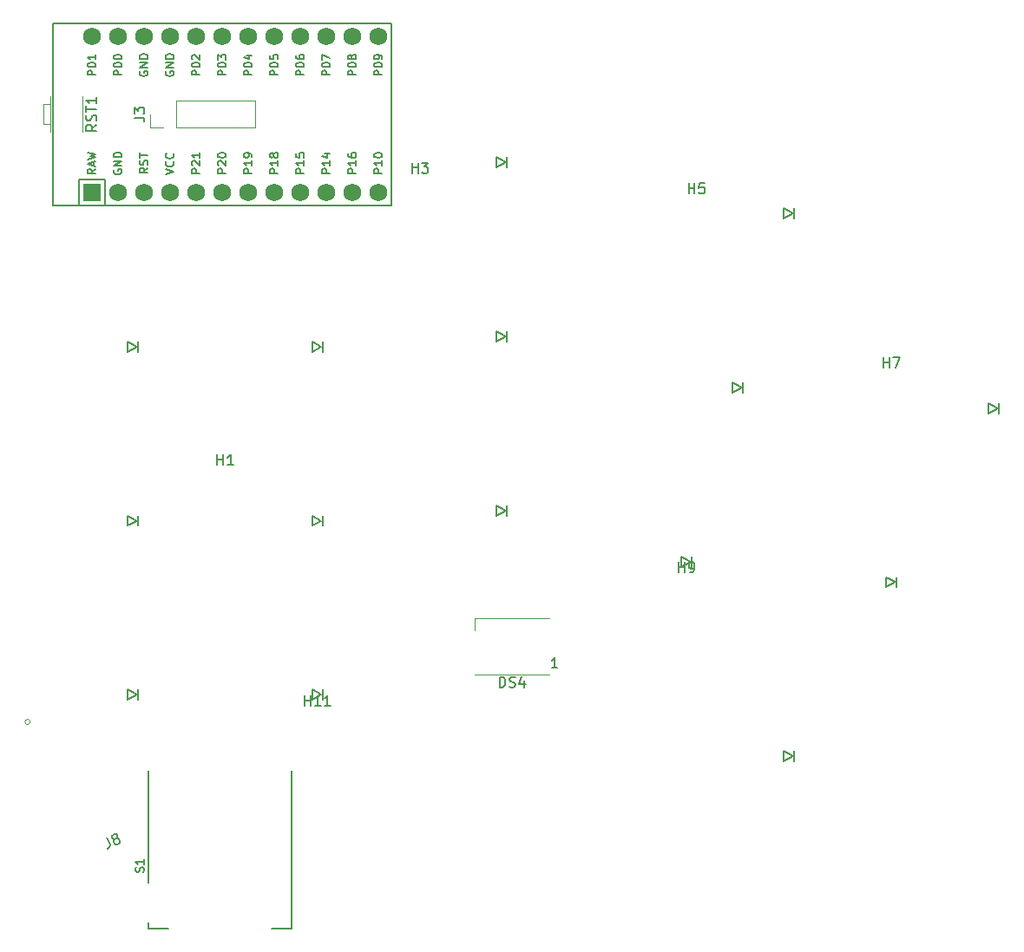
<source format=gbr>
%TF.GenerationSoftware,KiCad,Pcbnew,(6.0.6)*%
%TF.CreationDate,2022-07-28T22:41:48-07:00*%
%TF.ProjectId,right_main_routed,72696768-745f-46d6-9169-6e5f726f7574,v1.0.0*%
%TF.SameCoordinates,Original*%
%TF.FileFunction,Legend,Top*%
%TF.FilePolarity,Positive*%
%FSLAX46Y46*%
G04 Gerber Fmt 4.6, Leading zero omitted, Abs format (unit mm)*
G04 Created by KiCad (PCBNEW (6.0.6)) date 2022-07-28 22:41:48*
%MOMM*%
%LPD*%
G01*
G04 APERTURE LIST*
%ADD10C,0.150000*%
%ADD11C,0.200000*%
%ADD12C,0.120000*%
%ADD13R,1.752600X1.752600*%
%ADD14C,1.752600*%
G04 APERTURE END LIST*
D10*
%TO.C,J3*%
X18122380Y51666666D02*
X18836666Y51666666D01*
X18979523Y51619047D01*
X19074761Y51523809D01*
X19122380Y51380952D01*
X19122380Y51285714D01*
X18122380Y52047619D02*
X18122380Y52666666D01*
X18503333Y52333333D01*
X18503333Y52476190D01*
X18550952Y52571428D01*
X18598571Y52619047D01*
X18693809Y52666666D01*
X18931904Y52666666D01*
X19027142Y52619047D01*
X19074761Y52571428D01*
X19122380Y52476190D01*
X19122380Y52190476D01*
X19074761Y52095238D01*
X19027142Y52047619D01*
%TO.C,RST1*%
X14452380Y50976190D02*
X13976190Y50642857D01*
X14452380Y50404761D02*
X13452380Y50404761D01*
X13452380Y50785714D01*
X13500000Y50880952D01*
X13547619Y50928571D01*
X13642857Y50976190D01*
X13785714Y50976190D01*
X13880952Y50928571D01*
X13928571Y50880952D01*
X13976190Y50785714D01*
X13976190Y50404761D01*
X14404761Y51357142D02*
X14452380Y51500000D01*
X14452380Y51738095D01*
X14404761Y51833333D01*
X14357142Y51880952D01*
X14261904Y51928571D01*
X14166666Y51928571D01*
X14071428Y51880952D01*
X14023809Y51833333D01*
X13976190Y51738095D01*
X13928571Y51547619D01*
X13880952Y51452380D01*
X13833333Y51404761D01*
X13738095Y51357142D01*
X13642857Y51357142D01*
X13547619Y51404761D01*
X13500000Y51452380D01*
X13452380Y51547619D01*
X13452380Y51785714D01*
X13500000Y51928571D01*
X13452380Y52214285D02*
X13452380Y52785714D01*
X14452380Y52500000D02*
X13452380Y52500000D01*
X14452380Y53642857D02*
X14452380Y53071428D01*
X14452380Y53357142D02*
X13452380Y53357142D01*
X13595238Y53261904D01*
X13690476Y53166666D01*
X13738095Y53071428D01*
D11*
%TO.C,S1*%
X19023809Y-22009523D02*
X19061904Y-21895238D01*
X19061904Y-21704761D01*
X19023809Y-21628571D01*
X18985714Y-21590476D01*
X18909523Y-21552380D01*
X18833333Y-21552380D01*
X18757142Y-21590476D01*
X18719047Y-21628571D01*
X18680952Y-21704761D01*
X18642857Y-21857142D01*
X18604761Y-21933333D01*
X18566666Y-21971428D01*
X18490476Y-22009523D01*
X18414285Y-22009523D01*
X18338095Y-21971428D01*
X18300000Y-21933333D01*
X18261904Y-21857142D01*
X18261904Y-21666666D01*
X18300000Y-21552380D01*
X19061904Y-20790476D02*
X19061904Y-21247619D01*
X19061904Y-21019047D02*
X18261904Y-21019047D01*
X18376190Y-21095238D01*
X18452380Y-21171428D01*
X18490476Y-21247619D01*
D10*
%TO.C,U1*%
X16931904Y55828571D02*
X16131904Y55828571D01*
X16131904Y56133333D01*
X16170000Y56209523D01*
X16208095Y56247619D01*
X16284285Y56285714D01*
X16398571Y56285714D01*
X16474761Y56247619D01*
X16512857Y56209523D01*
X16550952Y56133333D01*
X16550952Y55828571D01*
X16131904Y56780952D02*
X16131904Y56857142D01*
X16170000Y56933333D01*
X16208095Y56971428D01*
X16284285Y57009523D01*
X16436666Y57047619D01*
X16627142Y57047619D01*
X16779523Y57009523D01*
X16855714Y56971428D01*
X16893809Y56933333D01*
X16931904Y56857142D01*
X16931904Y56780952D01*
X16893809Y56704761D01*
X16855714Y56666666D01*
X16779523Y56628571D01*
X16627142Y56590476D01*
X16436666Y56590476D01*
X16284285Y56628571D01*
X16208095Y56666666D01*
X16170000Y56704761D01*
X16131904Y56780952D01*
X16131904Y57542857D02*
X16131904Y57619047D01*
X16170000Y57695238D01*
X16208095Y57733333D01*
X16284285Y57771428D01*
X16436666Y57809523D01*
X16627142Y57809523D01*
X16779523Y57771428D01*
X16855714Y57733333D01*
X16893809Y57695238D01*
X16931904Y57619047D01*
X16931904Y57542857D01*
X16893809Y57466666D01*
X16855714Y57428571D01*
X16779523Y57390476D01*
X16627142Y57352380D01*
X16436666Y57352380D01*
X16284285Y57390476D01*
X16208095Y57428571D01*
X16170000Y57466666D01*
X16131904Y57542857D01*
X32171904Y46228571D02*
X31371904Y46228571D01*
X31371904Y46533333D01*
X31410000Y46609523D01*
X31448095Y46647619D01*
X31524285Y46685714D01*
X31638571Y46685714D01*
X31714761Y46647619D01*
X31752857Y46609523D01*
X31790952Y46533333D01*
X31790952Y46228571D01*
X32171904Y47447619D02*
X32171904Y46990476D01*
X32171904Y47219047D02*
X31371904Y47219047D01*
X31486190Y47142857D01*
X31562380Y47066666D01*
X31600476Y46990476D01*
X31714761Y47904761D02*
X31676666Y47828571D01*
X31638571Y47790476D01*
X31562380Y47752380D01*
X31524285Y47752380D01*
X31448095Y47790476D01*
X31410000Y47828571D01*
X31371904Y47904761D01*
X31371904Y48057142D01*
X31410000Y48133333D01*
X31448095Y48171428D01*
X31524285Y48209523D01*
X31562380Y48209523D01*
X31638571Y48171428D01*
X31676666Y48133333D01*
X31714761Y48057142D01*
X31714761Y47904761D01*
X31752857Y47828571D01*
X31790952Y47790476D01*
X31867142Y47752380D01*
X32019523Y47752380D01*
X32095714Y47790476D01*
X32133809Y47828571D01*
X32171904Y47904761D01*
X32171904Y48057142D01*
X32133809Y48133333D01*
X32095714Y48171428D01*
X32019523Y48209523D01*
X31867142Y48209523D01*
X31790952Y48171428D01*
X31752857Y48133333D01*
X31714761Y48057142D01*
X21250000Y56190476D02*
X21211904Y56114285D01*
X21211904Y56000000D01*
X21250000Y55885714D01*
X21326190Y55809523D01*
X21402380Y55771428D01*
X21554761Y55733333D01*
X21669047Y55733333D01*
X21821428Y55771428D01*
X21897619Y55809523D01*
X21973809Y55885714D01*
X22011904Y56000000D01*
X22011904Y56076190D01*
X21973809Y56190476D01*
X21935714Y56228571D01*
X21669047Y56228571D01*
X21669047Y56076190D01*
X22011904Y56571428D02*
X21211904Y56571428D01*
X22011904Y57028571D01*
X21211904Y57028571D01*
X22011904Y57409523D02*
X21211904Y57409523D01*
X21211904Y57600000D01*
X21250000Y57714285D01*
X21326190Y57790476D01*
X21402380Y57828571D01*
X21554761Y57866666D01*
X21669047Y57866666D01*
X21821428Y57828571D01*
X21897619Y57790476D01*
X21973809Y57714285D01*
X22011904Y57600000D01*
X22011904Y57409523D01*
X34711904Y46228571D02*
X33911904Y46228571D01*
X33911904Y46533333D01*
X33950000Y46609523D01*
X33988095Y46647619D01*
X34064285Y46685714D01*
X34178571Y46685714D01*
X34254761Y46647619D01*
X34292857Y46609523D01*
X34330952Y46533333D01*
X34330952Y46228571D01*
X34711904Y47447619D02*
X34711904Y46990476D01*
X34711904Y47219047D02*
X33911904Y47219047D01*
X34026190Y47142857D01*
X34102380Y47066666D01*
X34140476Y46990476D01*
X33911904Y48171428D02*
X33911904Y47790476D01*
X34292857Y47752380D01*
X34254761Y47790476D01*
X34216666Y47866666D01*
X34216666Y48057142D01*
X34254761Y48133333D01*
X34292857Y48171428D01*
X34369047Y48209523D01*
X34559523Y48209523D01*
X34635714Y48171428D01*
X34673809Y48133333D01*
X34711904Y48057142D01*
X34711904Y47866666D01*
X34673809Y47790476D01*
X34635714Y47752380D01*
X37251904Y46228571D02*
X36451904Y46228571D01*
X36451904Y46533333D01*
X36490000Y46609523D01*
X36528095Y46647619D01*
X36604285Y46685714D01*
X36718571Y46685714D01*
X36794761Y46647619D01*
X36832857Y46609523D01*
X36870952Y46533333D01*
X36870952Y46228571D01*
X37251904Y47447619D02*
X37251904Y46990476D01*
X37251904Y47219047D02*
X36451904Y47219047D01*
X36566190Y47142857D01*
X36642380Y47066666D01*
X36680476Y46990476D01*
X36718571Y48133333D02*
X37251904Y48133333D01*
X36413809Y47942857D02*
X36985238Y47752380D01*
X36985238Y48247619D01*
X21211904Y46133333D02*
X22011904Y46400000D01*
X21211904Y46666666D01*
X21935714Y47390476D02*
X21973809Y47352380D01*
X22011904Y47238095D01*
X22011904Y47161904D01*
X21973809Y47047619D01*
X21897619Y46971428D01*
X21821428Y46933333D01*
X21669047Y46895238D01*
X21554761Y46895238D01*
X21402380Y46933333D01*
X21326190Y46971428D01*
X21250000Y47047619D01*
X21211904Y47161904D01*
X21211904Y47238095D01*
X21250000Y47352380D01*
X21288095Y47390476D01*
X21935714Y48190476D02*
X21973809Y48152380D01*
X22011904Y48038095D01*
X22011904Y47961904D01*
X21973809Y47847619D01*
X21897619Y47771428D01*
X21821428Y47733333D01*
X21669047Y47695238D01*
X21554761Y47695238D01*
X21402380Y47733333D01*
X21326190Y47771428D01*
X21250000Y47847619D01*
X21211904Y47961904D01*
X21211904Y48038095D01*
X21250000Y48152380D01*
X21288095Y48190476D01*
X42331904Y55828571D02*
X41531904Y55828571D01*
X41531904Y56133333D01*
X41570000Y56209523D01*
X41608095Y56247619D01*
X41684285Y56285714D01*
X41798571Y56285714D01*
X41874761Y56247619D01*
X41912857Y56209523D01*
X41950952Y56133333D01*
X41950952Y55828571D01*
X41531904Y56780952D02*
X41531904Y56857142D01*
X41570000Y56933333D01*
X41608095Y56971428D01*
X41684285Y57009523D01*
X41836666Y57047619D01*
X42027142Y57047619D01*
X42179523Y57009523D01*
X42255714Y56971428D01*
X42293809Y56933333D01*
X42331904Y56857142D01*
X42331904Y56780952D01*
X42293809Y56704761D01*
X42255714Y56666666D01*
X42179523Y56628571D01*
X42027142Y56590476D01*
X41836666Y56590476D01*
X41684285Y56628571D01*
X41608095Y56666666D01*
X41570000Y56704761D01*
X41531904Y56780952D01*
X42331904Y57428571D02*
X42331904Y57580952D01*
X42293809Y57657142D01*
X42255714Y57695238D01*
X42141428Y57771428D01*
X41989047Y57809523D01*
X41684285Y57809523D01*
X41608095Y57771428D01*
X41570000Y57733333D01*
X41531904Y57657142D01*
X41531904Y57504761D01*
X41570000Y57428571D01*
X41608095Y57390476D01*
X41684285Y57352380D01*
X41874761Y57352380D01*
X41950952Y57390476D01*
X41989047Y57428571D01*
X42027142Y57504761D01*
X42027142Y57657142D01*
X41989047Y57733333D01*
X41950952Y57771428D01*
X41874761Y57809523D01*
X19471904Y46761904D02*
X19090952Y46495238D01*
X19471904Y46304761D02*
X18671904Y46304761D01*
X18671904Y46609523D01*
X18710000Y46685714D01*
X18748095Y46723809D01*
X18824285Y46761904D01*
X18938571Y46761904D01*
X19014761Y46723809D01*
X19052857Y46685714D01*
X19090952Y46609523D01*
X19090952Y46304761D01*
X19433809Y47066666D02*
X19471904Y47180952D01*
X19471904Y47371428D01*
X19433809Y47447619D01*
X19395714Y47485714D01*
X19319523Y47523809D01*
X19243333Y47523809D01*
X19167142Y47485714D01*
X19129047Y47447619D01*
X19090952Y47371428D01*
X19052857Y47219047D01*
X19014761Y47142857D01*
X18976666Y47104761D01*
X18900476Y47066666D01*
X18824285Y47066666D01*
X18748095Y47104761D01*
X18710000Y47142857D01*
X18671904Y47219047D01*
X18671904Y47409523D01*
X18710000Y47523809D01*
X18671904Y47752380D02*
X18671904Y48209523D01*
X19471904Y47980952D02*
X18671904Y47980952D01*
X27091904Y46228571D02*
X26291904Y46228571D01*
X26291904Y46533333D01*
X26330000Y46609523D01*
X26368095Y46647619D01*
X26444285Y46685714D01*
X26558571Y46685714D01*
X26634761Y46647619D01*
X26672857Y46609523D01*
X26710952Y46533333D01*
X26710952Y46228571D01*
X26368095Y46990476D02*
X26330000Y47028571D01*
X26291904Y47104761D01*
X26291904Y47295238D01*
X26330000Y47371428D01*
X26368095Y47409523D01*
X26444285Y47447619D01*
X26520476Y47447619D01*
X26634761Y47409523D01*
X27091904Y46952380D01*
X27091904Y47447619D01*
X26291904Y47942857D02*
X26291904Y48019047D01*
X26330000Y48095238D01*
X26368095Y48133333D01*
X26444285Y48171428D01*
X26596666Y48209523D01*
X26787142Y48209523D01*
X26939523Y48171428D01*
X27015714Y48133333D01*
X27053809Y48095238D01*
X27091904Y48019047D01*
X27091904Y47942857D01*
X27053809Y47866666D01*
X27015714Y47828571D01*
X26939523Y47790476D01*
X26787142Y47752380D01*
X26596666Y47752380D01*
X26444285Y47790476D01*
X26368095Y47828571D01*
X26330000Y47866666D01*
X26291904Y47942857D01*
X29631904Y46228571D02*
X28831904Y46228571D01*
X28831904Y46533333D01*
X28870000Y46609523D01*
X28908095Y46647619D01*
X28984285Y46685714D01*
X29098571Y46685714D01*
X29174761Y46647619D01*
X29212857Y46609523D01*
X29250952Y46533333D01*
X29250952Y46228571D01*
X29631904Y47447619D02*
X29631904Y46990476D01*
X29631904Y47219047D02*
X28831904Y47219047D01*
X28946190Y47142857D01*
X29022380Y47066666D01*
X29060476Y46990476D01*
X29631904Y47828571D02*
X29631904Y47980952D01*
X29593809Y48057142D01*
X29555714Y48095238D01*
X29441428Y48171428D01*
X29289047Y48209523D01*
X28984285Y48209523D01*
X28908095Y48171428D01*
X28870000Y48133333D01*
X28831904Y48057142D01*
X28831904Y47904761D01*
X28870000Y47828571D01*
X28908095Y47790476D01*
X28984285Y47752380D01*
X29174761Y47752380D01*
X29250952Y47790476D01*
X29289047Y47828571D01*
X29327142Y47904761D01*
X29327142Y48057142D01*
X29289047Y48133333D01*
X29250952Y48171428D01*
X29174761Y48209523D01*
X32171904Y55828571D02*
X31371904Y55828571D01*
X31371904Y56133333D01*
X31410000Y56209523D01*
X31448095Y56247619D01*
X31524285Y56285714D01*
X31638571Y56285714D01*
X31714761Y56247619D01*
X31752857Y56209523D01*
X31790952Y56133333D01*
X31790952Y55828571D01*
X31371904Y56780952D02*
X31371904Y56857142D01*
X31410000Y56933333D01*
X31448095Y56971428D01*
X31524285Y57009523D01*
X31676666Y57047619D01*
X31867142Y57047619D01*
X32019523Y57009523D01*
X32095714Y56971428D01*
X32133809Y56933333D01*
X32171904Y56857142D01*
X32171904Y56780952D01*
X32133809Y56704761D01*
X32095714Y56666666D01*
X32019523Y56628571D01*
X31867142Y56590476D01*
X31676666Y56590476D01*
X31524285Y56628571D01*
X31448095Y56666666D01*
X31410000Y56704761D01*
X31371904Y56780952D01*
X31371904Y57771428D02*
X31371904Y57390476D01*
X31752857Y57352380D01*
X31714761Y57390476D01*
X31676666Y57466666D01*
X31676666Y57657142D01*
X31714761Y57733333D01*
X31752857Y57771428D01*
X31829047Y57809523D01*
X32019523Y57809523D01*
X32095714Y57771428D01*
X32133809Y57733333D01*
X32171904Y57657142D01*
X32171904Y57466666D01*
X32133809Y57390476D01*
X32095714Y57352380D01*
X29631904Y55828571D02*
X28831904Y55828571D01*
X28831904Y56133333D01*
X28870000Y56209523D01*
X28908095Y56247619D01*
X28984285Y56285714D01*
X29098571Y56285714D01*
X29174761Y56247619D01*
X29212857Y56209523D01*
X29250952Y56133333D01*
X29250952Y55828571D01*
X28831904Y56780952D02*
X28831904Y56857142D01*
X28870000Y56933333D01*
X28908095Y56971428D01*
X28984285Y57009523D01*
X29136666Y57047619D01*
X29327142Y57047619D01*
X29479523Y57009523D01*
X29555714Y56971428D01*
X29593809Y56933333D01*
X29631904Y56857142D01*
X29631904Y56780952D01*
X29593809Y56704761D01*
X29555714Y56666666D01*
X29479523Y56628571D01*
X29327142Y56590476D01*
X29136666Y56590476D01*
X28984285Y56628571D01*
X28908095Y56666666D01*
X28870000Y56704761D01*
X28831904Y56780952D01*
X29098571Y57733333D02*
X29631904Y57733333D01*
X28793809Y57542857D02*
X29365238Y57352380D01*
X29365238Y57847619D01*
X27091904Y55828571D02*
X26291904Y55828571D01*
X26291904Y56133333D01*
X26330000Y56209523D01*
X26368095Y56247619D01*
X26444285Y56285714D01*
X26558571Y56285714D01*
X26634761Y56247619D01*
X26672857Y56209523D01*
X26710952Y56133333D01*
X26710952Y55828571D01*
X26291904Y56780952D02*
X26291904Y56857142D01*
X26330000Y56933333D01*
X26368095Y56971428D01*
X26444285Y57009523D01*
X26596666Y57047619D01*
X26787142Y57047619D01*
X26939523Y57009523D01*
X27015714Y56971428D01*
X27053809Y56933333D01*
X27091904Y56857142D01*
X27091904Y56780952D01*
X27053809Y56704761D01*
X27015714Y56666666D01*
X26939523Y56628571D01*
X26787142Y56590476D01*
X26596666Y56590476D01*
X26444285Y56628571D01*
X26368095Y56666666D01*
X26330000Y56704761D01*
X26291904Y56780952D01*
X26291904Y57314285D02*
X26291904Y57809523D01*
X26596666Y57542857D01*
X26596666Y57657142D01*
X26634761Y57733333D01*
X26672857Y57771428D01*
X26749047Y57809523D01*
X26939523Y57809523D01*
X27015714Y57771428D01*
X27053809Y57733333D01*
X27091904Y57657142D01*
X27091904Y57428571D01*
X27053809Y57352380D01*
X27015714Y57314285D01*
X42331904Y46228571D02*
X41531904Y46228571D01*
X41531904Y46533333D01*
X41570000Y46609523D01*
X41608095Y46647619D01*
X41684285Y46685714D01*
X41798571Y46685714D01*
X41874761Y46647619D01*
X41912857Y46609523D01*
X41950952Y46533333D01*
X41950952Y46228571D01*
X42331904Y47447619D02*
X42331904Y46990476D01*
X42331904Y47219047D02*
X41531904Y47219047D01*
X41646190Y47142857D01*
X41722380Y47066666D01*
X41760476Y46990476D01*
X41531904Y47942857D02*
X41531904Y48019047D01*
X41570000Y48095238D01*
X41608095Y48133333D01*
X41684285Y48171428D01*
X41836666Y48209523D01*
X42027142Y48209523D01*
X42179523Y48171428D01*
X42255714Y48133333D01*
X42293809Y48095238D01*
X42331904Y48019047D01*
X42331904Y47942857D01*
X42293809Y47866666D01*
X42255714Y47828571D01*
X42179523Y47790476D01*
X42027142Y47752380D01*
X41836666Y47752380D01*
X41684285Y47790476D01*
X41608095Y47828571D01*
X41570000Y47866666D01*
X41531904Y47942857D01*
X39791904Y55828571D02*
X38991904Y55828571D01*
X38991904Y56133333D01*
X39030000Y56209523D01*
X39068095Y56247619D01*
X39144285Y56285714D01*
X39258571Y56285714D01*
X39334761Y56247619D01*
X39372857Y56209523D01*
X39410952Y56133333D01*
X39410952Y55828571D01*
X38991904Y56780952D02*
X38991904Y56857142D01*
X39030000Y56933333D01*
X39068095Y56971428D01*
X39144285Y57009523D01*
X39296666Y57047619D01*
X39487142Y57047619D01*
X39639523Y57009523D01*
X39715714Y56971428D01*
X39753809Y56933333D01*
X39791904Y56857142D01*
X39791904Y56780952D01*
X39753809Y56704761D01*
X39715714Y56666666D01*
X39639523Y56628571D01*
X39487142Y56590476D01*
X39296666Y56590476D01*
X39144285Y56628571D01*
X39068095Y56666666D01*
X39030000Y56704761D01*
X38991904Y56780952D01*
X39334761Y57504761D02*
X39296666Y57428571D01*
X39258571Y57390476D01*
X39182380Y57352380D01*
X39144285Y57352380D01*
X39068095Y57390476D01*
X39030000Y57428571D01*
X38991904Y57504761D01*
X38991904Y57657142D01*
X39030000Y57733333D01*
X39068095Y57771428D01*
X39144285Y57809523D01*
X39182380Y57809523D01*
X39258571Y57771428D01*
X39296666Y57733333D01*
X39334761Y57657142D01*
X39334761Y57504761D01*
X39372857Y57428571D01*
X39410952Y57390476D01*
X39487142Y57352380D01*
X39639523Y57352380D01*
X39715714Y57390476D01*
X39753809Y57428571D01*
X39791904Y57504761D01*
X39791904Y57657142D01*
X39753809Y57733333D01*
X39715714Y57771428D01*
X39639523Y57809523D01*
X39487142Y57809523D01*
X39410952Y57771428D01*
X39372857Y57733333D01*
X39334761Y57657142D01*
X14391904Y55828571D02*
X13591904Y55828571D01*
X13591904Y56133333D01*
X13630000Y56209523D01*
X13668095Y56247619D01*
X13744285Y56285714D01*
X13858571Y56285714D01*
X13934761Y56247619D01*
X13972857Y56209523D01*
X14010952Y56133333D01*
X14010952Y55828571D01*
X13591904Y56780952D02*
X13591904Y56857142D01*
X13630000Y56933333D01*
X13668095Y56971428D01*
X13744285Y57009523D01*
X13896666Y57047619D01*
X14087142Y57047619D01*
X14239523Y57009523D01*
X14315714Y56971428D01*
X14353809Y56933333D01*
X14391904Y56857142D01*
X14391904Y56780952D01*
X14353809Y56704761D01*
X14315714Y56666666D01*
X14239523Y56628571D01*
X14087142Y56590476D01*
X13896666Y56590476D01*
X13744285Y56628571D01*
X13668095Y56666666D01*
X13630000Y56704761D01*
X13591904Y56780952D01*
X14391904Y57809523D02*
X14391904Y57352380D01*
X14391904Y57580952D02*
X13591904Y57580952D01*
X13706190Y57504761D01*
X13782380Y57428571D01*
X13820476Y57352380D01*
X24551904Y46228571D02*
X23751904Y46228571D01*
X23751904Y46533333D01*
X23790000Y46609523D01*
X23828095Y46647619D01*
X23904285Y46685714D01*
X24018571Y46685714D01*
X24094761Y46647619D01*
X24132857Y46609523D01*
X24170952Y46533333D01*
X24170952Y46228571D01*
X23828095Y46990476D02*
X23790000Y47028571D01*
X23751904Y47104761D01*
X23751904Y47295238D01*
X23790000Y47371428D01*
X23828095Y47409523D01*
X23904285Y47447619D01*
X23980476Y47447619D01*
X24094761Y47409523D01*
X24551904Y46952380D01*
X24551904Y47447619D01*
X24551904Y48209523D02*
X24551904Y47752380D01*
X24551904Y47980952D02*
X23751904Y47980952D01*
X23866190Y47904761D01*
X23942380Y47828571D01*
X23980476Y47752380D01*
X16170000Y46590476D02*
X16131904Y46514285D01*
X16131904Y46400000D01*
X16170000Y46285714D01*
X16246190Y46209523D01*
X16322380Y46171428D01*
X16474761Y46133333D01*
X16589047Y46133333D01*
X16741428Y46171428D01*
X16817619Y46209523D01*
X16893809Y46285714D01*
X16931904Y46400000D01*
X16931904Y46476190D01*
X16893809Y46590476D01*
X16855714Y46628571D01*
X16589047Y46628571D01*
X16589047Y46476190D01*
X16931904Y46971428D02*
X16131904Y46971428D01*
X16931904Y47428571D01*
X16131904Y47428571D01*
X16931904Y47809523D02*
X16131904Y47809523D01*
X16131904Y48000000D01*
X16170000Y48114285D01*
X16246190Y48190476D01*
X16322380Y48228571D01*
X16474761Y48266666D01*
X16589047Y48266666D01*
X16741428Y48228571D01*
X16817619Y48190476D01*
X16893809Y48114285D01*
X16931904Y48000000D01*
X16931904Y47809523D01*
X14391904Y46647619D02*
X14010952Y46380952D01*
X14391904Y46190476D02*
X13591904Y46190476D01*
X13591904Y46495238D01*
X13630000Y46571428D01*
X13668095Y46609523D01*
X13744285Y46647619D01*
X13858571Y46647619D01*
X13934761Y46609523D01*
X13972857Y46571428D01*
X14010952Y46495238D01*
X14010952Y46190476D01*
X14163333Y46952380D02*
X14163333Y47333333D01*
X14391904Y46876190D02*
X13591904Y47142857D01*
X14391904Y47409523D01*
X13591904Y47600000D02*
X14391904Y47790476D01*
X13820476Y47942857D01*
X14391904Y48095238D01*
X13591904Y48285714D01*
X37251904Y55828571D02*
X36451904Y55828571D01*
X36451904Y56133333D01*
X36490000Y56209523D01*
X36528095Y56247619D01*
X36604285Y56285714D01*
X36718571Y56285714D01*
X36794761Y56247619D01*
X36832857Y56209523D01*
X36870952Y56133333D01*
X36870952Y55828571D01*
X36451904Y56780952D02*
X36451904Y56857142D01*
X36490000Y56933333D01*
X36528095Y56971428D01*
X36604285Y57009523D01*
X36756666Y57047619D01*
X36947142Y57047619D01*
X37099523Y57009523D01*
X37175714Y56971428D01*
X37213809Y56933333D01*
X37251904Y56857142D01*
X37251904Y56780952D01*
X37213809Y56704761D01*
X37175714Y56666666D01*
X37099523Y56628571D01*
X36947142Y56590476D01*
X36756666Y56590476D01*
X36604285Y56628571D01*
X36528095Y56666666D01*
X36490000Y56704761D01*
X36451904Y56780952D01*
X36451904Y57314285D02*
X36451904Y57847619D01*
X37251904Y57504761D01*
X39791904Y46228571D02*
X38991904Y46228571D01*
X38991904Y46533333D01*
X39030000Y46609523D01*
X39068095Y46647619D01*
X39144285Y46685714D01*
X39258571Y46685714D01*
X39334761Y46647619D01*
X39372857Y46609523D01*
X39410952Y46533333D01*
X39410952Y46228571D01*
X39791904Y47447619D02*
X39791904Y46990476D01*
X39791904Y47219047D02*
X38991904Y47219047D01*
X39106190Y47142857D01*
X39182380Y47066666D01*
X39220476Y46990476D01*
X38991904Y48133333D02*
X38991904Y47980952D01*
X39030000Y47904761D01*
X39068095Y47866666D01*
X39182380Y47790476D01*
X39334761Y47752380D01*
X39639523Y47752380D01*
X39715714Y47790476D01*
X39753809Y47828571D01*
X39791904Y47904761D01*
X39791904Y48057142D01*
X39753809Y48133333D01*
X39715714Y48171428D01*
X39639523Y48209523D01*
X39449047Y48209523D01*
X39372857Y48171428D01*
X39334761Y48133333D01*
X39296666Y48057142D01*
X39296666Y47904761D01*
X39334761Y47828571D01*
X39372857Y47790476D01*
X39449047Y47752380D01*
X18710000Y56190476D02*
X18671904Y56114285D01*
X18671904Y56000000D01*
X18710000Y55885714D01*
X18786190Y55809523D01*
X18862380Y55771428D01*
X19014761Y55733333D01*
X19129047Y55733333D01*
X19281428Y55771428D01*
X19357619Y55809523D01*
X19433809Y55885714D01*
X19471904Y56000000D01*
X19471904Y56076190D01*
X19433809Y56190476D01*
X19395714Y56228571D01*
X19129047Y56228571D01*
X19129047Y56076190D01*
X19471904Y56571428D02*
X18671904Y56571428D01*
X19471904Y57028571D01*
X18671904Y57028571D01*
X19471904Y57409523D02*
X18671904Y57409523D01*
X18671904Y57600000D01*
X18710000Y57714285D01*
X18786190Y57790476D01*
X18862380Y57828571D01*
X19014761Y57866666D01*
X19129047Y57866666D01*
X19281428Y57828571D01*
X19357619Y57790476D01*
X19433809Y57714285D01*
X19471904Y57600000D01*
X19471904Y57409523D01*
X24551904Y55828571D02*
X23751904Y55828571D01*
X23751904Y56133333D01*
X23790000Y56209523D01*
X23828095Y56247619D01*
X23904285Y56285714D01*
X24018571Y56285714D01*
X24094761Y56247619D01*
X24132857Y56209523D01*
X24170952Y56133333D01*
X24170952Y55828571D01*
X23751904Y56780952D02*
X23751904Y56857142D01*
X23790000Y56933333D01*
X23828095Y56971428D01*
X23904285Y57009523D01*
X24056666Y57047619D01*
X24247142Y57047619D01*
X24399523Y57009523D01*
X24475714Y56971428D01*
X24513809Y56933333D01*
X24551904Y56857142D01*
X24551904Y56780952D01*
X24513809Y56704761D01*
X24475714Y56666666D01*
X24399523Y56628571D01*
X24247142Y56590476D01*
X24056666Y56590476D01*
X23904285Y56628571D01*
X23828095Y56666666D01*
X23790000Y56704761D01*
X23751904Y56780952D01*
X23828095Y57352380D02*
X23790000Y57390476D01*
X23751904Y57466666D01*
X23751904Y57657142D01*
X23790000Y57733333D01*
X23828095Y57771428D01*
X23904285Y57809523D01*
X23980476Y57809523D01*
X24094761Y57771428D01*
X24551904Y57314285D01*
X24551904Y57809523D01*
X34711904Y55828571D02*
X33911904Y55828571D01*
X33911904Y56133333D01*
X33950000Y56209523D01*
X33988095Y56247619D01*
X34064285Y56285714D01*
X34178571Y56285714D01*
X34254761Y56247619D01*
X34292857Y56209523D01*
X34330952Y56133333D01*
X34330952Y55828571D01*
X33911904Y56780952D02*
X33911904Y56857142D01*
X33950000Y56933333D01*
X33988095Y56971428D01*
X34064285Y57009523D01*
X34216666Y57047619D01*
X34407142Y57047619D01*
X34559523Y57009523D01*
X34635714Y56971428D01*
X34673809Y56933333D01*
X34711904Y56857142D01*
X34711904Y56780952D01*
X34673809Y56704761D01*
X34635714Y56666666D01*
X34559523Y56628571D01*
X34407142Y56590476D01*
X34216666Y56590476D01*
X34064285Y56628571D01*
X33988095Y56666666D01*
X33950000Y56704761D01*
X33911904Y56780952D01*
X33911904Y57733333D02*
X33911904Y57580952D01*
X33950000Y57504761D01*
X33988095Y57466666D01*
X34102380Y57390476D01*
X34254761Y57352380D01*
X34559523Y57352380D01*
X34635714Y57390476D01*
X34673809Y57428571D01*
X34711904Y57504761D01*
X34711904Y57657142D01*
X34673809Y57733333D01*
X34635714Y57771428D01*
X34559523Y57809523D01*
X34369047Y57809523D01*
X34292857Y57771428D01*
X34254761Y57733333D01*
X34216666Y57657142D01*
X34216666Y57504761D01*
X34254761Y57428571D01*
X34292857Y57390476D01*
X34369047Y57352380D01*
%TO.C,H1*%
X26238095Y17747619D02*
X26238095Y18747619D01*
X26238095Y18271428D02*
X26809523Y18271428D01*
X26809523Y17747619D02*
X26809523Y18747619D01*
X27809523Y17747619D02*
X27238095Y17747619D01*
X27523809Y17747619D02*
X27523809Y18747619D01*
X27428571Y18604761D01*
X27333333Y18509523D01*
X27238095Y18461904D01*
%TO.C,J8*%
X15472986Y-18634958D02*
X15763085Y-19287681D01*
X15777590Y-19437565D01*
X15729241Y-19563275D01*
X15618036Y-19664809D01*
X15531006Y-19703489D01*
X16212739Y-18775173D02*
X16106369Y-18770338D01*
X16043514Y-18746163D01*
X15961320Y-18678473D01*
X15941980Y-18634958D01*
X15946815Y-18528589D01*
X15970990Y-18465734D01*
X16038679Y-18383539D01*
X16212739Y-18306180D01*
X16319108Y-18311015D01*
X16381963Y-18335190D01*
X16464158Y-18402879D01*
X16483498Y-18446394D01*
X16478663Y-18552764D01*
X16454488Y-18615618D01*
X16386798Y-18697813D01*
X16212739Y-18775173D01*
X16145049Y-18857368D01*
X16120874Y-18920222D01*
X16116039Y-19026592D01*
X16193399Y-19200651D01*
X16275593Y-19268341D01*
X16338448Y-19292516D01*
X16444818Y-19297351D01*
X16618877Y-19219991D01*
X16686567Y-19137796D01*
X16710742Y-19074942D01*
X16715577Y-18968572D01*
X16638217Y-18794513D01*
X16556022Y-18726823D01*
X16493168Y-18702648D01*
X16386798Y-18697813D01*
%TO.C,H5*%
X72238095Y44247619D02*
X72238095Y45247619D01*
X72238095Y44771428D02*
X72809523Y44771428D01*
X72809523Y44247619D02*
X72809523Y45247619D01*
X73761904Y45247619D02*
X73285714Y45247619D01*
X73238095Y44771428D01*
X73285714Y44819047D01*
X73380952Y44866666D01*
X73619047Y44866666D01*
X73714285Y44819047D01*
X73761904Y44771428D01*
X73809523Y44676190D01*
X73809523Y44438095D01*
X73761904Y44342857D01*
X73714285Y44295238D01*
X73619047Y44247619D01*
X73380952Y44247619D01*
X73285714Y44295238D01*
X73238095Y44342857D01*
%TO.C,H7*%
X91238095Y27247619D02*
X91238095Y28247619D01*
X91238095Y27771428D02*
X91809523Y27771428D01*
X91809523Y27247619D02*
X91809523Y28247619D01*
X92190476Y28247619D02*
X92857142Y28247619D01*
X92428571Y27247619D01*
%TO.C,H11*%
X34761904Y-5752380D02*
X34761904Y-4752380D01*
X34761904Y-5228571D02*
X35333333Y-5228571D01*
X35333333Y-5752380D02*
X35333333Y-4752380D01*
X36333333Y-5752380D02*
X35761904Y-5752380D01*
X36047619Y-5752380D02*
X36047619Y-4752380D01*
X35952380Y-4895238D01*
X35857142Y-4990476D01*
X35761904Y-5038095D01*
X37285714Y-5752380D02*
X36714285Y-5752380D01*
X37000000Y-5752380D02*
X37000000Y-4752380D01*
X36904761Y-4895238D01*
X36809523Y-4990476D01*
X36714285Y-5038095D01*
%TO.C,H3*%
X45238095Y46247619D02*
X45238095Y47247619D01*
X45238095Y46771428D02*
X45809523Y46771428D01*
X45809523Y46247619D02*
X45809523Y47247619D01*
X46190476Y47247619D02*
X46809523Y47247619D01*
X46476190Y46866666D01*
X46619047Y46866666D01*
X46714285Y46819047D01*
X46761904Y46771428D01*
X46809523Y46676190D01*
X46809523Y46438095D01*
X46761904Y46342857D01*
X46714285Y46295238D01*
X46619047Y46247619D01*
X46333333Y46247619D01*
X46238095Y46295238D01*
X46190476Y46342857D01*
%TO.C,H9*%
X71238095Y7247619D02*
X71238095Y8247619D01*
X71238095Y7771428D02*
X71809523Y7771428D01*
X71809523Y7247619D02*
X71809523Y8247619D01*
X72333333Y7247619D02*
X72523809Y7247619D01*
X72619047Y7295238D01*
X72666666Y7342857D01*
X72761904Y7485714D01*
X72809523Y7676190D01*
X72809523Y8057142D01*
X72761904Y8152380D01*
X72714285Y8200000D01*
X72619047Y8247619D01*
X72428571Y8247619D01*
X72333333Y8200000D01*
X72285714Y8152380D01*
X72238095Y8057142D01*
X72238095Y7819047D01*
X72285714Y7723809D01*
X72333333Y7676190D01*
X72428571Y7628571D01*
X72619047Y7628571D01*
X72714285Y7676190D01*
X72761904Y7723809D01*
X72809523Y7819047D01*
%TO.C,DS4*%
X53785714Y-3952380D02*
X53785714Y-2952380D01*
X54023809Y-2952380D01*
X54166666Y-3000000D01*
X54261904Y-3095238D01*
X54309523Y-3190476D01*
X54357142Y-3380952D01*
X54357142Y-3523809D01*
X54309523Y-3714285D01*
X54261904Y-3809523D01*
X54166666Y-3904761D01*
X54023809Y-3952380D01*
X53785714Y-3952380D01*
X54738095Y-3904761D02*
X54880952Y-3952380D01*
X55119047Y-3952380D01*
X55214285Y-3904761D01*
X55261904Y-3857142D01*
X55309523Y-3761904D01*
X55309523Y-3666666D01*
X55261904Y-3571428D01*
X55214285Y-3523809D01*
X55119047Y-3476190D01*
X54928571Y-3428571D01*
X54833333Y-3380952D01*
X54785714Y-3333333D01*
X54738095Y-3238095D01*
X54738095Y-3142857D01*
X54785714Y-3047619D01*
X54833333Y-3000000D01*
X54928571Y-2952380D01*
X55166666Y-2952380D01*
X55309523Y-3000000D01*
X56166666Y-3285714D02*
X56166666Y-3952380D01*
X55928571Y-2904761D02*
X55690476Y-3619047D01*
X56309523Y-3619047D01*
X59435714Y-2052380D02*
X58864285Y-2052380D01*
X59150000Y-2052380D02*
X59150000Y-1052380D01*
X59054761Y-1195238D01*
X58959523Y-1290476D01*
X58864285Y-1338095D01*
%TO.C,D10*%
X72500000Y7800000D02*
X72500000Y8800000D01*
X71500000Y7800000D02*
X71500000Y8800000D01*
X72400000Y8300000D02*
X71500000Y7800000D01*
X71500000Y8800000D02*
X72400000Y8300000D01*
%TO.C,D5*%
X35500000Y11800000D02*
X35500000Y12800000D01*
X36500000Y11800000D02*
X36500000Y12800000D01*
X35500000Y12800000D02*
X36400000Y12300000D01*
X36400000Y12300000D02*
X35500000Y11800000D01*
D12*
%TO.C,J3*%
X22270000Y50670000D02*
X29950000Y50670000D01*
X21000000Y50670000D02*
X19670000Y50670000D01*
X29950000Y50670000D02*
X29950000Y53330000D01*
X19670000Y50670000D02*
X19670000Y52000000D01*
X22270000Y50670000D02*
X22270000Y53330000D01*
X22270000Y53330000D02*
X29950000Y53330000D01*
%TO.C,RST1*%
X9300000Y52950000D02*
X9950000Y52950000D01*
X13050000Y53750000D02*
X13050000Y50250000D01*
X9950000Y50250000D02*
X9950000Y53750000D01*
X9300000Y51050000D02*
X9300000Y52950000D01*
X9950000Y51050000D02*
X9300000Y51050000D01*
D10*
%TO.C,D1*%
X18400000Y-4700000D02*
X17500000Y-5200000D01*
X18500000Y-5200000D02*
X18500000Y-4200000D01*
X17500000Y-4200000D02*
X18400000Y-4700000D01*
X17500000Y-5200000D02*
X17500000Y-4200000D01*
%TO.C,D11*%
X77400000Y25300000D02*
X76500000Y24800000D01*
X76500000Y25800000D02*
X77400000Y25300000D01*
X77500000Y24800000D02*
X77500000Y25800000D01*
X76500000Y24800000D02*
X76500000Y25800000D01*
%TO.C,D13*%
X81500000Y-11200000D02*
X81500000Y-10200000D01*
X82500000Y-11200000D02*
X82500000Y-10200000D01*
X81500000Y-10200000D02*
X82400000Y-10700000D01*
X82400000Y-10700000D02*
X81500000Y-11200000D01*
%TO.C,D3*%
X17500000Y28800000D02*
X17500000Y29800000D01*
X18500000Y28800000D02*
X18500000Y29800000D01*
X17500000Y29800000D02*
X18400000Y29300000D01*
X18400000Y29300000D02*
X17500000Y28800000D01*
%TO.C,D9*%
X53500000Y46800000D02*
X53500000Y47800000D01*
X54400000Y47300000D02*
X53500000Y46800000D01*
X54500000Y46800000D02*
X54500000Y47800000D01*
X53500000Y47800000D02*
X54400000Y47300000D01*
%TO.C,D15*%
X101500000Y23800000D02*
X102400000Y23300000D01*
X101500000Y22800000D02*
X101500000Y23800000D01*
X102400000Y23300000D02*
X101500000Y22800000D01*
X102500000Y22800000D02*
X102500000Y23800000D01*
%TO.C,D6*%
X35500000Y29800000D02*
X36400000Y29300000D01*
X36400000Y29300000D02*
X35500000Y28800000D01*
X36500000Y28800000D02*
X36500000Y29800000D01*
X35500000Y28800000D02*
X35500000Y29800000D01*
D11*
%TO.C,S1*%
X31500000Y-27500000D02*
X33500000Y-27500000D01*
X19500000Y-12100000D02*
X19500000Y-23000000D01*
X19500000Y-26900000D02*
X19500000Y-27500000D01*
X19500000Y-27500000D02*
X21500000Y-27500000D01*
X33500000Y-27500000D02*
X33500000Y-12100000D01*
D10*
%TO.C,D12*%
X81500000Y42800000D02*
X82400000Y42300000D01*
X82400000Y42300000D02*
X81500000Y41800000D01*
X82500000Y41800000D02*
X82500000Y42800000D01*
X81500000Y41800000D02*
X81500000Y42800000D01*
%TO.C,D7*%
X54400000Y13300000D02*
X53500000Y12800000D01*
X54500000Y12800000D02*
X54500000Y13800000D01*
X53500000Y13800000D02*
X54400000Y13300000D01*
X53500000Y12800000D02*
X53500000Y13800000D01*
%TO.C,U1*%
X43240000Y60890000D02*
X10220000Y60890000D01*
X12760000Y45650000D02*
X15300000Y45650000D01*
X43240000Y43110000D02*
X43240000Y60890000D01*
X10220000Y60890000D02*
X10220000Y43110000D01*
X12760000Y45650000D02*
X12760000Y43110000D01*
X10220000Y43110000D02*
X43240000Y43110000D01*
X15300000Y45650000D02*
X15300000Y43110000D01*
D12*
%TO.C,J8*%
X7980817Y-7337660D02*
G75*
G03*
X7980817Y-7337660I-250000J0D01*
G01*
D10*
%TO.C,D4*%
X36400000Y-4700000D02*
X35500000Y-5200000D01*
X35500000Y-5200000D02*
X35500000Y-4200000D01*
X36500000Y-5200000D02*
X36500000Y-4200000D01*
X35500000Y-4200000D02*
X36400000Y-4700000D01*
%TO.C,D14*%
X91500000Y5800000D02*
X91500000Y6800000D01*
X91500000Y6800000D02*
X92400000Y6300000D01*
X92400000Y6300000D02*
X91500000Y5800000D01*
X92500000Y5800000D02*
X92500000Y6800000D01*
%TO.C,D2*%
X17500000Y11800000D02*
X17500000Y12800000D01*
X17500000Y12800000D02*
X18400000Y12300000D01*
X18400000Y12300000D02*
X17500000Y11800000D01*
X18500000Y11800000D02*
X18500000Y12800000D01*
%TO.C,D8*%
X54400000Y30300000D02*
X53500000Y29800000D01*
X54500000Y29800000D02*
X54500000Y30800000D01*
X53500000Y30800000D02*
X54400000Y30300000D01*
X53500000Y29800000D02*
X53500000Y30800000D01*
D12*
%TO.C,DS4*%
X51350000Y2750000D02*
X51350000Y1600000D01*
X58650000Y2750000D02*
X51350000Y2750000D01*
X58650000Y-2750000D02*
X51350000Y-2750000D01*
%TD*%
D13*
%TO.C,U1*%
X14030000Y44380000D03*
D14*
X16570000Y44380000D03*
X19110000Y44380000D03*
X21650000Y44380000D03*
X24190000Y44380000D03*
X26730000Y44380000D03*
X29270000Y44380000D03*
X31810000Y44380000D03*
X34350000Y44380000D03*
X36890000Y44380000D03*
X39430000Y44380000D03*
X41970000Y44380000D03*
X14030000Y59620000D03*
X16570000Y59620000D03*
X19110000Y59620000D03*
X21650000Y59620000D03*
X24190000Y59620000D03*
X26730000Y59620000D03*
X29270000Y59620000D03*
X31810000Y59620000D03*
X34350000Y59620000D03*
X36890000Y59620000D03*
X39430000Y59620000D03*
X41970000Y59620000D03*
%TD*%
M02*

</source>
